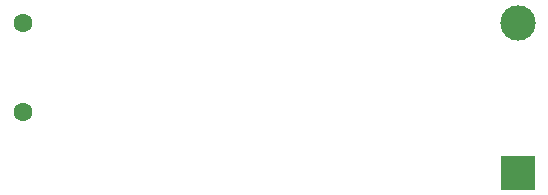
<source format=gbr>
%TF.GenerationSoftware,KiCad,Pcbnew,(5.1.9)-1*%
%TF.CreationDate,2021-03-21T15:36:50-07:00*%
%TF.ProjectId,light,6c696768-742e-46b6-9963-61645f706362,rev?*%
%TF.SameCoordinates,Original*%
%TF.FileFunction,Copper,L2,Bot*%
%TF.FilePolarity,Positive*%
%FSLAX46Y46*%
G04 Gerber Fmt 4.6, Leading zero omitted, Abs format (unit mm)*
G04 Created by KiCad (PCBNEW (5.1.9)-1) date 2021-03-21 15:36:50*
%MOMM*%
%LPD*%
G01*
G04 APERTURE LIST*
%TA.AperFunction,ComponentPad*%
%ADD10C,1.600000*%
%TD*%
%TA.AperFunction,ComponentPad*%
%ADD11R,3.000000X3.000000*%
%TD*%
%TA.AperFunction,ComponentPad*%
%ADD12C,3.000000*%
%TD*%
G04 APERTURE END LIST*
D10*
%TO.P,R1,2*%
%TO.N,Net-(R1-Pad2)*%
X133350000Y-96500000D03*
%TO.P,R1,1*%
%TO.N,Net-(BT1-Pad1)*%
X133350000Y-88900000D03*
%TD*%
D11*
%TO.P,BT1,1*%
%TO.N,Net-(BT1-Pad1)*%
X175260000Y-101600000D03*
D12*
%TO.P,BT1,2*%
%TO.N,Net-(BT1-Pad2)*%
X175260000Y-88900000D03*
%TD*%
M02*

</source>
